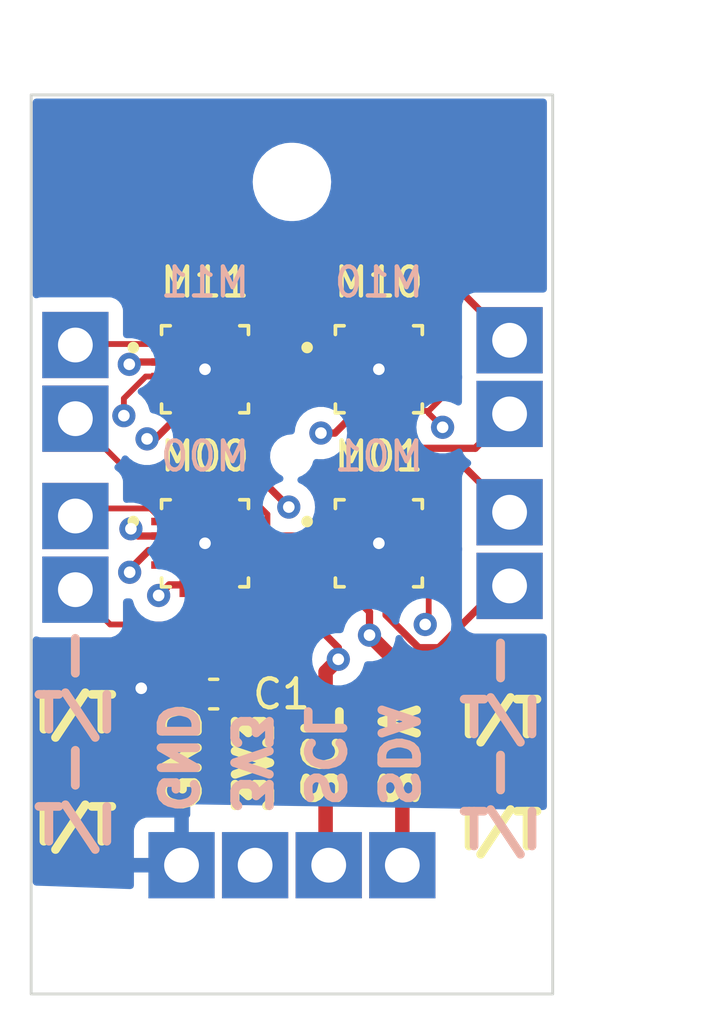
<source format=kicad_pcb>
(kicad_pcb (version 20221018) (generator pcbnew)
  (layers (0 "F.Cu" signal) (1 "In1.Cu" signal) (2 "In2.Cu" signal) (31 "B.Cu" signal) (34 "B.Paste" user) (35 "F.Paste" user) (36 "B.SilkS" user "B.Silkscreen") (37 "F.SilkS" user "F.Silkscreen") (38 "B.Mask" user) (39 "F.Mask" user) (44 "Edge.Cuts" user))
  (net 0 "")
  (net 1 "GND")
  (net 2 "/3V3")
  (net 3 "/SCL")
  (net 4 "/SDA")
  (net 5 "Net-(M10-INT{slash}TRIG)")
  (net 7 "Net-(M10-INT)")
  (net 8 "Net-(M11-INT{slash}TRIG)")
  (net 10 "Net-(M11-INT)")
  (net 11 "Net-(M01-INT{slash}TRIG)")
  (net 13 "Net-(M01-INT)")
  (net 14 "Net-(M00-INT{slash}TRIG)")
  (net 16 "Net-(M00-INT)")
  (footprint "magtouch:2POS_INTERFACE" (layer "F.Cu") (at 32.512 44.54 90)
    (fp_text reference "I2" hide)
    (fp_text value "2POS_INTERFACE" hide)
    (pad "1" thru_hole rect (at 0 0 90) (size 2.286 2.286) (drill 1.2) (layers "*.Cu" "*.Mask") (net 5 "Net-(M10-INT{slash}TRIG)"))
    (pad "2" thru_hole rect (at 2.54 0 90) (size 2.286 2.286) (drill 1.2) (layers "*.Cu" "*.Mask") (net 7 "Net-(M10-INT)"))
  )
  (footprint "magtouch:QFN50P300X300X100-17N" (layer "F.Cu") (at 28 43)
    (fp_text reference "M10" (at 0 -3) (layer "F.SilkS"))
    (fp_text value "~" hide)
    (fp_text user "${REFERENCE}" (at 0 -3) (layer "B.SilkS") (effects (justify mirror)))
    (fp_line (start -1.5 -1.5) (end -1.5 -1.2) (stroke (width 0.127)) (layer "F.SilkS"))
    (fp_line (start -1.5 -1.5) (end -1.2 -1.5) (stroke (width 0.127)) (layer "F.SilkS"))
    (fp_line (start -1.5 1.5) (end -1.5 1.2) (stroke (width 0.127)) (layer "F.SilkS"))
    (fp_line (start -1.5 1.5) (end -1.2 1.5) (stroke (width 0.127)) (layer "F.SilkS"))
    (fp_line (start 1.5 -1.5) (end 1.2 -1.5) (stroke (width 0.127)) (layer "F.SilkS"))
    (fp_line (start 1.5 -1.5) (end 1.5 -1.2) (stroke (width 0.127)) (layer "F.SilkS"))
    (fp_line (start 1.5 1.5) (end 1.2 1.5) (stroke (width 0.127)) (layer "F.SilkS"))
    (fp_line (start 1.5 1.5) (end 1.5 1.2) (stroke (width 0.127)) (layer "F.SilkS"))
    (fp_circle (center -2.475 -0.75) (end -2.375 -0.75) (stroke (width 0.2)) (fill none) (layer "F.SilkS"))
    (pad "1" smd roundrect (at -1.435 -0.75) (size 0.84 0.26) (layers "F.Cu" "F.Paste" "F.Mask") (roundrect_rratio 0.03) (net 7 "Net-(M10-INT)"))
    (pad "2" smd roundrect (at -1.435 -0.25) (size 0.84 0.26) (layers "F.Cu" "F.Paste" "F.Mask") (roundrect_rratio 0.03) (net 2 "/3V3"))
    (pad "3" smd roundrect (at -1.435 0.25) (size 0.84 0.26) (layers "F.Cu" "F.Paste" "F.Mask") (roundrect_rratio 0.03) (net 3 "/SCL"))
    (pad "4" smd roundrect (at -1.435 0.75) (size 0.84 0.26) (layers "F.Cu" "F.Paste" "F.Mask") (roundrect_rratio 0.03) (net 1 "GND"))
    (pad "5" smd roundrect (at -0.75 1.435 90) (size 0.84 0.26) (layers "F.Cu" "F.Paste" "F.Mask") (roundrect_rratio 0.03) (net 4 "/SDA"))
    (pad "6" smd roundrect (at -0.25 1.435 90) (size 0.84 0.26) (layers "F.Cu" "F.Paste" "F.Mask") (roundrect_rratio 0.03))
    (pad "7" smd roundrect (at 0.25 1.435 90) (size 0.84 0.26) (layers "F.Cu" "F.Paste" "F.Mask") (roundrect_rratio 0.03) (net 5 "Net-(M10-INT{slash}TRIG)"))
    (pad "8" smd roundrect (at 0.75 1.435 90) (size 0.84 0.26) (layers "F.Cu" "F.Paste" "F.Mask") (roundrect_rratio 0.03) (net 2 "/3V3"))
    (pad "9" smd roundrect (at 1.435 0.75) (size 0.84 0.26) (layers "F.Cu" "F.Paste" "F.Mask") (roundrect_rratio 0.03) (net 1 "GND"))
    (pad "10" smd roundrect (at 1.435 0.25) (size 0.84 0.26) (layers "F.Cu" "F.Paste" "F.Mask") (roundrect_rratio 0.03) (net 1 "GND"))
    (pad "11" smd roundrect (at 1.435 -0.25) (size 0.84 0.26) (layers "F.Cu" "F.Paste" "F.Mask") (roundrect_rratio 0.03) (net 2 "/3V3"))
    (pad "12" smd roundrect (at 1.435 -0.75) (size 0.84 0.26) (layers "F.Cu" "F.Paste" "F.Mask") (roundrect_rratio 0.03) (net 1 "GND"))
    (pad "13" smd roundrect (at 0.75 -1.435 90) (size 0.84 0.26) (layers "F.Cu" "F.Paste" "F.Mask") (roundrect_rratio 0.03) (net 1 "GND"))
    (pad "14" smd roundrect (at 0.25 -1.435 90) (size 0.84 0.26) (layers "F.Cu" "F.Paste" "F.Mask") (roundrect_rratio 0.03) (net 1 "GND"))
    (pad "15" smd roundrect (at -0.25 -1.435 90) (size 0.84 0.26) (layers "F.Cu" "F.Paste" "F.Mask") (roundrect_rratio 0.03) (net 2 "/3V3"))
    (pad "16" smd roundrect (at -0.75 -1.435 90) (size 0.84 0.26) (layers "F.Cu" "F.Paste" "F.Mask") (roundrect_rratio 0.03) (net 1 "GND"))
    (pad "17" smd rect (at 0 0) (size 1.68 1.68) (layers "F.Cu" "F.Mask") (net 1 "GND"))
  )
  (footprint "Capacitor_SMD:C_0603_1608Metric" (layer "F.Cu") (at 22.3 54.2 180)
    (fp_text reference "C1" (at -2.338 0) (layer "F.SilkS"))
    (fp_text value "0.1µF" hide)
    (fp_line (start -0.14058 -0.51) (end 0.14058 -0.51) (stroke (width 0.12)) (layer "F.SilkS"))
    (fp_line (start -0.14058 0.51) (end 0.14058 0.51) (stroke (width 0.12)) (layer "F.SilkS"))
    (pad "1" smd roundrect (at -0.775 0 180) (size 0.9 0.95) (layers "F.Cu" "F.Paste" "F.Mask") (net 2 "/3V3"))
    (pad "2" smd roundrect (at 0.775 0 180) (size 0.9 0.95) (layers "F.Cu" "F.Paste" "F.Mask") (net 1 "GND"))
  )
  (footprint "" (layer "F.Cu") (at 24.892 45.974)
    (fp_text reference "" (at 0 0) (layer "F.SilkS") (effects (font (size 1.27 1.27))))
    (fp_text value "" (at 0 0) (layer "F.SilkS") (effects (font (size 1.27 1.27))))
    (pad "" np_thru_hole circle (at 0.108 0.026) (size 0.5 0.5) (drill 1) (layers "F&B.Cu" "*.Mask"))
  )
  (footprint "magtouch:QFN50P300X300X100-17N" (layer "F.Cu") (at 28 49)
    (fp_text reference "M01" (at 0 -3) (layer "F.SilkS"))
    (fp_text value "~" hide)
    (fp_text user "${REFERENCE}" (at 0 -3) (layer "B.SilkS") (effects (justify mirror)))
    (fp_line (start -1.5 -1.5) (end -1.5 -1.2) (stroke (width 0.127)) (layer "F.SilkS"))
    (fp_line (start -1.5 -1.5) (end -1.2 -1.5) (stroke (width 0.127)) (layer "F.SilkS"))
    (fp_line (start -1.5 1.5) (end -1.5 1.2) (stroke (width 0.127)) (layer "F.SilkS"))
    (fp_line (start -1.5 1.5) (end -1.2 1.5) (stroke (width 0.127)) (layer "F.SilkS"))
    (fp_line (start 1.5 -1.5) (end 1.2 -1.5) (stroke (width 0.127)) (layer "F.SilkS"))
    (fp_line (start 1.5 -1.5) (end 1.5 -1.2) (stroke (width 0.127)) (layer "F.SilkS"))
    (fp_line (start 1.5 1.5) (end 1.2 1.5) (stroke (width 0.127)) (layer "F.SilkS"))
    (fp_line (start 1.5 1.5) (end 1.5 1.2) (stroke (width 0.127)) (layer "F.SilkS"))
    (fp_circle (center -2.475 -0.75) (end -2.375 -0.75) (stroke (width 0.2)) (fill none) (layer "F.SilkS"))
    (pad "1" smd roundrect (at -1.435 -0.75) (size 0.84 0.26) (layers "F.Cu" "F.Paste" "F.Mask") (roundrect_rratio 0.03) (net 13 "Net-(M01-INT)"))
    (pad "2" smd roundrect (at -1.435 -0.25) (size 0.84 0.26) (layers "F.Cu" "F.Paste" "F.Mask") (roundrect_rratio 0.03) (net 2 "/3V3"))
    (pad "3" smd roundrect (at -1.435 0.25) (size 0.84 0.26) (layers "F.Cu" "F.Paste" "F.Mask") (roundrect_rratio 0.03) (net 3 "/SCL"))
    (pad "4" smd roundrect (at -1.435 0.75) (size 0.84 0.26) (layers "F.Cu" "F.Paste" "F.Mask") (roundrect_rratio 0.03) (net 1 "GND"))
    (pad "5" smd roundrect (at -0.75 1.435 90) (size 0.84 0.26) (layers "F.Cu" "F.Paste" "F.Mask") (roundrect_rratio 0.03) (net 4 "/SDA"))
    (pad "6" smd roundrect (at -0.25 1.435 90) (size 0.84 0.26) (layers "F.Cu" "F.Paste" "F.Mask") (roundrect_rratio 0.03))
    (pad "7" smd roundrect (at 0.25 1.435 90) (size 0.84 0.26) (layers "F.Cu" "F.Paste" "F.Mask") (roundrect_rratio 0.03) (net 11 "Net-(M01-INT{slash}TRIG)"))
    (pad "8" smd roundrect (at 0.75 1.435 90) (size 0.84 0.26) (layers "F.Cu" "F.Paste" "F.Mask") (roundrect_rratio 0.03) (net 2 "/3V3"))
    (pad "9" smd roundrect (at 1.435 0.75) (size 0.84 0.26) (layers "F.Cu" "F.Paste" "F.Mask") (roundrect_rratio 0.03) (net 1 "GND"))
    (pad "10" smd roundrect (at 1.435 0.25) (size 0.84 0.26) (layers "F.Cu" "F.Paste" "F.Mask") (roundrect_rratio 0.03) (net 1 "GND"))
    (pad "11" smd roundrect (at 1.435 -0.25) (size 0.84 0.26) (layers "F.Cu" "F.Paste" "F.Mask") (roundrect_rratio 0.03) (net 1 "GND"))
    (pad "12" smd roundrect (at 1.435 -0.75) (size 0.84 0.26) (layers "F.Cu" "F.Paste" "F.Mask") (roundrect_rratio 0.03) (net 2 "/3V3"))
    (pad "13" smd roundrect (at 0.75 -1.435 90) (size 0.84 0.26) (layers "F.Cu" "F.Paste" "F.Mask") (roundrect_rratio 0.03) (net 1 "GND"))
    (pad "14" smd roundrect (at 0.25 -1.435 90) (size 0.84 0.26) (layers "F.Cu" "F.Paste" "F.Mask") (roundrect_rratio 0.03) (net 1 "GND"))
    (pad "15" smd roundrect (at -0.25 -1.435 90) (size 0.84 0.26) (layers "F.Cu" "F.Paste" "F.Mask") (roundrect_rratio 0.03) (net 2 "/3V3"))
    (pad "16" smd roundrect (at -0.75 -1.435 90) (size 0.84 0.26) (layers "F.Cu" "F.Paste" "F.Mask") (roundrect_rratio 0.03) (net 1 "GND"))
    (pad "17" smd rect (at 0 0) (size 1.68 1.68) (layers "F.Cu" "F.Mask") (net 1 "GND"))
  )
  (footprint "" (layer "F.Cu") (at 17.272 62.992)
    (fp_text reference "" (at 0 0) (layer "F.SilkS") (effects (font (size 1.27 1.27))))
    (fp_text value "" (at 0 0) (layer "F.SilkS") (effects (font (size 1.27 1.27))))
    (pad "" np_thru_hole circle (at 0.228 0.008) (size 1.5 1.5) (drill 2.2) (layers "F&B.Cu" "*.Mask"))
  )
  (footprint "magtouch:2POS_INTERFACE" (layer "F.Cu") (at 17.526 50.6 90)
    (fp_text reference "I5" hide)
    (fp_text value "2POS_INTERFACE" hide)
    (pad "1" thru_hole rect (at 0 0 90) (size 2.286 2.286) (drill 1.2) (layers "*.Cu" "*.Mask") (net 14 "Net-(M00-INT{slash}TRIG)"))
    (pad "2" thru_hole rect (at 2.54 0 90) (size 2.286 2.286) (drill 1.2) (layers "*.Cu" "*.Mask") (net 16 "Net-(M00-INT)"))
  )
  (footprint "" (layer "F.Cu") (at 24.8 36.322)
    (fp_text reference "" (at 0 0) (layer "F.SilkS") (effects (font (size 1.27 1.27))))
    (fp_text value "" (at 0 0) (layer "F.SilkS") (effects (font (size 1.27 1.27))))
    (pad "" np_thru_hole circle (at 0.2 0.218) (size 1.5 1.5) (drill 2.2) (layers "F&B.Cu" "*.Mask"))
  )
  (footprint "" (layer "F.Cu") (at 32.258 62.984)
    (fp_text reference "" (at 0 0) (layer "F.SilkS") (effects (font (size 1.27 1.27))))
    (fp_text value "" (at 0 0) (layer "F.SilkS") (effects (font (size 1.27 1.27))))
    (pad "" np_thru_hole circle (at 0.242 0.008) (size 1.5 1.5) (drill 2.2) (layers "F&B.Cu" "*.Mask"))
  )
  (footprint "magtouch:QFN50P300X300X100-17N" (layer "F.Cu") (at 22 49)
    (fp_text reference "M00" (at 0 -3) (layer "F.SilkS"))
    (fp_text value "~" hide)
    (fp_text user "${REFERENCE}" (at 0 -3) (layer "B.SilkS") (effects (justify mirror)))
    (fp_line (start -1.5 -1.5) (end -1.5 -1.2) (stroke (width 0.127)) (layer "F.SilkS"))
    (fp_line (start -1.5 -1.5) (end -1.2 -1.5) (stroke (width 0.127)) (layer "F.SilkS"))
    (fp_line (start -1.5 1.5) (end -1.5 1.2) (stroke (width 0.127)) (layer "F.SilkS"))
    (fp_line (start -1.5 1.5) (end -1.2 1.5) (stroke (width 0.127)) (layer "F.SilkS"))
    (fp_line (start 1.5 -1.5) (end 1.2 -1.5) (stroke (width 0.127)) (layer "F.SilkS"))
    (fp_line (start 1.5 -1.5) (end 1.5 -1.2) (stroke (width 0.127)) (layer "F.SilkS"))
    (fp_line (start 1.5 1.5) (end 1.2 1.5) (stroke (width 0.127)) (layer "F.SilkS"))
    (fp_line (start 1.5 1.5) (end 1.5 1.2) (stroke (width 0.127)) (layer "F.SilkS"))
    (fp_circle (center -2.475 -0.75) (end -2.375 -0.75) (stroke (width 0.2)) (fill none) (layer "F.SilkS"))
    (pad "1" smd roundrect (at -1.435 -0.75) (size 0.84 0.26) (layers "F.Cu" "F.Paste" "F.Mask") (roundrect_rratio 0.03) (net 16 "Net-(M00-INT)"))
    (pad "2" smd roundrect (at -1.435 -0.25) (size 0.84 0.26) (layers "F.Cu" "F.Paste" "F.Mask") (roundrect_rratio 0.03) (net 2 "/3V3"))
    (pad "3" smd roundrect (at -1.435 0.25) (size 0.84 0.26) (layers "F.Cu" "F.Paste" "F.Mask") (roundrect_rratio 0.03) (net 3 "/SCL"))
    (pad "4" smd roundrect (at -1.435 0.75) (size 0.84 0.26) (layers "F.Cu" "F.Paste" "F.Mask") (roundrect_rratio 0.03) (net 1 "GND"))
    (pad "5" smd roundrect (at -0.75 1.435 90) (size 0.84 0.26) (layers "F.Cu" "F.Paste" "F.Mask") (roundrect_rratio 0.03) (net 4 "/SDA"))
    (pad "6" smd roundrect (at -0.25 1.435 90) (size 0.84 0.26) (layers "F.Cu" "F.Paste" "F.Mask") (roundrect_rratio 0.03))
    (pad "7" smd roundrect (at 0.25 1.435 90) (size 0.84 0.26) (layers "F.Cu" "F.Paste" "F.Mask") (roundrect_rratio 0.03) (net 14 "Net-(M00-INT{slash}TRIG)"))
    (pad "8" smd roundrect (at 0.75 1.435 90) (size 0.84 0.26) (layers "F.Cu" "F.Paste" "F.Mask") (roundrect_rratio 0.03) (net 2 "/3V3"))
    (pad "9" smd roundrect (at 1.435 0.75) (size 0.84 0.26) (layers "F.Cu" "F.Paste" "F.Mask") (roundrect_rratio 0.03) (net 1 "GND"))
    (pad "10" smd roundrect (at 1.435 0.25) (size 0.84 0.26) (layers "F.Cu" "F.Paste" "F.Mask") (roundrect_rratio 0.03) (net 1 "GND"))
    (pad "11" smd roundrect (at 1.435 -0.25) (size 0.84 0.26) (layers "F.Cu" "F.Paste" "F.Mask") (roundrect_rratio 0.03) (net 1 "GND"))
    (pad "12" smd roundrect (at 1.435 -0.75) (size 0.84 0.26) (layers "F.Cu" "F.Paste" "F.Mask") (roundrect_rratio 0.03) (net 1 "GND"))
    (pad "13" smd roundrect (at 0.75 -1.435 90) (size 0.84 0.26) (layers "F.Cu" "F.Paste" "F.Mask") (roundrect_rratio 0.03) (net 1 "GND"))
    (pad "14" smd roundrect (at 0.25 -1.435 90) (size 0.84 0.26) (layers "F.Cu" "F.Paste" "F.Mask") (roundrect_rratio 0.03) (net 1 "GND"))
    (pad "15" smd roundrect (at -0.25 -1.435 90) (size 0.84 0.26) (layers "F.Cu" "F.Paste" "F.Mask") (roundrect_rratio 0.03) (net 2 "/3V3"))
    (pad "16" smd roundrect (at -0.75 -1.435 90) (size 0.84 0.26) (layers "F.Cu" "F.Paste" "F.Mask") (roundrect_rratio 0.03) (net 1 "GND"))
    (pad "17" smd rect (at 0 0) (size 1.68 1.68) (layers "F.Cu" "F.Mask") (net 1 "GND"))
  )
  (footprint "magtouch:4POS_INTERFACE" (layer "F.Cu") (at 21.19 60.1)
    (fp_text reference "I1" hide)
    (fp_text value "2POS_INTERFACE" hide)
    (pad "1" thru_hole rect (at 0 0) (size 2.286 2.286) (drill 1.2) (layers "*.Cu" "*.Mask") (net 1 "GND"))
    (pad "2" thru_hole rect (at 2.54 0) (size 2.286 2.286) (drill 1.2) (layers "*.Cu" "*.Mask") (net 2 "/3V3"))
    (pad "3" thru_hole rect (at 5.08 0) (size 2.286 2.286) (drill 1.2) (layers "*.Cu" "*.Mask") (net 3 "/SCL"))
    (pad "4" thru_hole rect (at 7.62 0) (size 2.286 2.286) (drill 1.2) (layers "*.Cu" "*.Mask") (net 4 "/SDA"))
  )
  (footprint "magtouch:2POS_INTERFACE" (layer "F.Cu") (at 17.526 44.704 90)
    (fp_text reference "I3" hide)
    (fp_text value "2POS_INTERFACE" hide)
    (pad "1" thru_hole rect (at 0 0 90) (size 2.286 2.286) (drill 1.2) (layers "*.Cu" "*.Mask") (net 8 "Net-(M11-INT{slash}TRIG)"))
    (pad "2" thru_hole rect (at 2.54 0 90) (size 2.286 2.286) (drill 1.2) (layers "*.Cu" "*.Mask") (net 10 "Net-(M11-INT)"))
  )
  (footprint "magtouch:2POS_INTERFACE" (layer "F.Cu") (at 32.512 50.47 90)
    (fp_text reference "I4" hide)
    (fp_text value "2POS_INTERFACE" hide)
    (pad "1" thru_hole rect (at 0 0 90) (size 2.286 2.286) (drill 1.2) (layers "*.Cu" "*.Mask") (net 11 "Net-(M01-INT{slash}TRIG)"))
    (pad "2" thru_hole rect (at 2.54 0 90) (size 2.286 2.286) (drill 1.2) (layers "*.Cu" "*.Mask") (net 13 "Net-(M01-INT)"))
  )
  (footprint "magtouch:QFN50P300X300X100-17N" (layer "F.Cu") (at 22 43)
    (fp_text reference "M11" (at 0 -3) (layer "F.SilkS"))
    (fp_text value "~" hide)
    (fp_text user "${REFERENCE}" (at 0 -3) (layer "B.SilkS") (effects (justify mirror)))
    (fp_line (start -1.5 -1.5) (end -1.5 -1.2) (stroke (width 0.127)) (layer "F.SilkS"))
    (fp_line (start -1.5 -1.5) (end -1.2 -1.5) (stroke (width 0.127)) (layer "F.SilkS"))
    (fp_line (start -1.5 1.5) (end -1.5 1.2) (stroke (width 0.127)) (layer "F.SilkS"))
    (fp_line (start -1.5 1.5) (end -1.2 1.5) (stroke (width 0.127)) (layer "F.SilkS"))
    (fp_line (start 1.5 -1.5) (end 1.2 -1.5) (stroke (width 0.127)) (layer "F.SilkS"))
    (fp_line (start 1.5 -1.5) (end 1.5 -1.2) (stroke (width 0.127)) (layer "F.SilkS"))
    (fp_line (start 1.5 1.5) (end 1.2 1.5) (stroke (width 0.127)) (layer "F.SilkS"))
    (fp_line (start 1.5 1.5) (end 1.5 1.2) (stroke (width 0.127)) (layer "F.SilkS"))
    (fp_circle (center -2.475 -0.75) (end -2.375 -0.75) (stroke (width 0.2)) (fill none) (layer "F.SilkS"))
    (pad "1" smd roundrect (at -1.435 -0.75) (size 0.84 0.26) (layers "F.Cu" "F.Paste" "F.Mask") (roundrect_rratio 0.03) (net 10 "Net-(M11-INT)"))
    (pad "2" smd roundrect (at -1.435 -0.25) (size 0.84 0.26) (layers "F.Cu" "F.Paste" "F.Mask") (roundrect_rratio 0.03) (net 2 "/3V3"))
    (pad "3" smd roundrect (at -1.435 0.25) (size 0.84 0.26) (layers "F.Cu" "F.Paste" "F.Mask") (roundrect_rratio 0.03) (net 3 "/SCL"))
    (pad "4" smd roundrect (at -1.435 0.75) (size 0.84 0.26) (layers "F.Cu" "F.Paste" "F.Mask") (roundrect_rratio 0.03) (net 1 "GND"))
    (pad "5" smd roundrect (at -0.75 1.435 90) (size 0.84 0.26) (layers "F.Cu" "F.Paste" "F.Mask") (roundrect_rratio 0.03) (net 4 "/SDA"))
    (pad "6" smd roundrect (at -0.25 1.435 90) (size 0.84 0.26) (layers "F.Cu" "F.Paste" "F.Mask") (roundrect_rratio 0.03))
    (pad "7" smd roundrect (at 0.25 1.435 90) (size 0.84 0.26) (layers "F.Cu" "F.Paste" "F.Mask") (roundrect_rratio 0.03) (net 8 "Net-(M11-INT{slash}TRIG)"))
    (pad "8" smd roundrect (at 0.75 1.435 90) (size 0.84 0.26) (layers "F.Cu" "F.Paste" "F.Mask") (roundrect_rratio 0.03) (net 2 "/3V3"))
    (pad "9" smd roundrect (at 1.435 0.75) (size 0.84 0.26) (layers "F.Cu" "F.Paste" "F.Mask") (roundrect_rratio 0.03) (net 1 "GND"))
    (pad "10" smd roundrect (at 1.435 0.25) (size 0.84 0.26) (layers "F.Cu" "F.Paste" "F.Mask") (roundrect_rratio 0.03) (net 1 "GND"))
    (pad "11" smd roundrect (at 1.435 -0.25) (size 0.84 0.26) (layers "F.Cu" "F.Paste" "F.Mask") (roundrect_rratio 0.03) (net 2 "/3V3"))
    (pad "12" smd roundrect (at 1.435 -0.75) (size 0.84 0.26) (layers "F.Cu" "F.Paste" "F.Mask") (roundrect_rratio 0.03) (net 2 "/3V3"))
    (pad "13" smd roundrect (at 0.75 -1.435 90) (size 0.84 0.26) (layers "F.Cu" "F.Paste" "F.Mask") (roundrect_rratio 0.03) (net 1 "GND"))
    (pad "14" smd roundrect (at 0.25 -1.435 90) (size 0.84 0.26) (layers "F.Cu" "F.Paste" "F.Mask") (roundrect_rratio 0.03) (net 1 "GND"))
    (pad "15" smd roundrect (at -0.25 -1.435 90) (size 0.84 0.26) (layers "F.Cu" "F.Paste" "F.Mask") (roundrect_rratio 0.03) (net 2 "/3V3"))
    (pad "16" smd roundrect (at -0.75 -1.435 90) (size 0.84 0.26) (layers "F.Cu" "F.Paste" "F.Mask") (roundrect_rratio 0.03) (net 1 "GND"))
    (pad "17" smd rect (at 0 0) (size 1.68 1.68) (layers "F.Cu" "F.Mask") (net 1 "GND"))
  )
  (gr_rect (start 16 33.54) (end 34 64.54) (stroke (width 0.1)) (fill none) (layer "Edge.Cuts"))
  (gr_text "SDA" (at 27.94 58.2 -90) (layer "B.SilkS") (effects (font (size 1.2 1.2) (thickness 0.3) bold) (justify left bottom mirror)))
  (gr_text "GND" (at 20.32 58.42 -90) (layer "B.SilkS") (effects (font (size 1.2 1.2) (thickness 0.3) bold) (justify left bottom mirror)))
  (gr_text "I\nI/T\nI\nI/T" (at 17.526 59.436) (layer "B.SilkS") (effects (font (size 1.2 1.2) (thickness 0.3) bold) (justify bottom mirror)))
  (gr_text "I\nI/T\nI\nI/T" (at 32.2 59.6) (layer "B.SilkS") (effects (font (size 1.2 1.2) (thickness 0.3) bold) (justify bottom mirror)))
  (gr_text "3V3" (at 22.86 58.42 -90) (layer "B.SilkS") (effects (font (size 1.2 1.2) (thickness 0.3) bold) (justify left bottom mirror)))
  (gr_text "SCL" (at 25.4 58.2 -90) (layer "B.SilkS") (effects (font (size 1.2 1.2) (thickness 0.3) bold) (justify left bottom mirror)))
  (gr_text "I\nI/T\nI\nI/T" (at 32.2 59.6) (layer "F.SilkS") (effects (font (size 1.2 1.2) (thickness 0.3) bold) (justify bottom)))
  (gr_text "SDA" (at 29.464 58.2 90) (layer "F.SilkS") (effects (font (size 1.2 1.2) (thickness 0.3) bold) (justify left bottom)))
  (gr_text "3V3" (at 24.4 58.42 90) (layer "F.SilkS") (effects (font (size 1.2 1.2) (thickness 0.3) bold) (justify left bottom)))
  (gr_text "I\nI/T\nI\nI/T" (at 17.526 59.436) (layer "F.SilkS") (effects (font (size 1.2 1.2) (thickness 0.3) bold) (justify bottom)))
  (gr_text "SCL" (at 26.8 58.2 90) (layer "F.SilkS") (effects (font (size 1.2 1.2) (thickness 0.3) bold) (justify left bottom)))
  (gr_text "GND" (at 21.9 58.42 90) (layer "F.SilkS") (effects (font (size 1.2 1.2) (thickness 0.3) bold) (justify left bottom)))
  (segment (start 29.435 48.75) (end 28.25 48.75) (width 0.2) (layer "F.Cu") (net 1))
  (segment (start 22.25 48.75) (end 22 49) (width 0.2) (layer "F.Cu") (net 1))
  (segment (start 21.285 42.285) (end 22 43) (width 0.2) (layer "F.Cu") (net 1))
  (segment (start 19.8 54) (end 20 54.2) (width 1) (layer "F.Cu") (net 1))
  (segment (start 28.75 47.8278) (end 28 48.5778) (width 0.2) (layer "F.Cu") (net 1))
  (segment (start 22.25 49.25) (end 22 49) (width 0.2) (layer "F.Cu") (net 1))
  (segment (start 23.435 48.25) (end 22.75 48.25) (width 0.25) (layer "F.Cu") (net 1))
  (segment (start 23.034695 43.75) (end 22.284695 43) (width 0.2) (layer "F.Cu") (net 1))
  (segment (start 27.285 47.6) (end 27.285 48.285) (width 0.2) (layer "F.Cu") (net 1))
  (segment (start 29.1722 49.75) (end 28.4222 49) (width 0.2) (layer "F.Cu") (net 1))
  (segment (start 27.285 49.715) (end 28 49) (width 0.2) (layer "F.Cu") (net 1))
  (segment (start 28.25 43.25) (end 28 43) (width 0.2) (layer "F.Cu") (net 1))
  (segment (start 22.75 41.565) (end 22.75 41.965305) (width 0.2) (layer "F.Cu") (net 1))
  (segment (start 23.435 49.75) (end 23.1722 49.75) (width 0.2) (layer "F.Cu") (net 1))
  (segment (start 23.435 48.75) (end 22.25 48.75) (width 0.25) (layer "F.Cu") (net 1))
  (segment (start 28.4222 49) (end 28 49) (width 0.2) (layer "F.Cu") (net 1))
  (segment (start 28.75 42.25) (end 28 43) (width 0.2) (layer "F.Cu") (net 1))
  (segment (start 20.635 49.68) (end 21.32 49.68) (width 0.2) (layer "F.Cu") (net 1))
  (segment (start 27.285 41.6) (end 27.285 42.285) (width 0.2) (layer "F.Cu") (net 1))
  (segment (start 28.4222 43) (end 28 43) (width 0.2) (layer "F.Cu") (net 1))
  (segment (start 28.75 47.565) (end 28.75 47.8278) (width 0.2) (layer "F.Cu") (net 1))
  (segment (start 22.4222 49) (end 22 49) (width 0.2) (layer "F.Cu") (net 1))
  (segment (start 26.6 43.715) (end 27.285 43.715) (width 0.2) (layer "F.Cu") (net 1))
  (segment (start 22 42.715305) (end 22 43) (width 0.2) (layer "F.Cu") (net 1))
  (segment (start 27.285 48.285) (end 28 49) (width 0.2) (layer "F.Cu") (net 1))
  (segment (start 20.6 43.715) (end 21.285 43.715) (width 0.2) (layer "F.Cu") (net 1))
  (segment (start 29.435 43.25) (end 28.25 43.25) (width 0.2) (layer "F.Cu") (net 1))
  (segment (start 22.284695 43) (end 22 43) (width 0.2) (layer "F.Cu") (net 1))
  (segment (start 26.565 43.75) (end 26.6 43.715) (width 0.2) (layer "F.Cu") (net 1))
  (segment (start 27.285 42.285) (end 28 43) (width 0.2) (layer "F.Cu") (net 1))
  (segment (start 21.32 49.68) (end 22 49) (width 0.2) (layer "F.Cu") (net 1))
  (segment (start 22.25 47.565) (end 22.25 48.75) (width 0.2) (layer "F.Cu") (net 1))
  (segment (start 28.25 49.25) (end 28 49) (width 0.2) (layer "F.Cu") (net 1))
  (segment (start 29.435 49.75) (end 29.1722 49.75) (width 0.2) (layer "F.Cu") (net 1))
  (segment (start 28.25 41.565) (end 28.25 42.75) (width 0.2) (layer "F.Cu") (net 1))
  (segment (start 21.285 48.285) (end 22 49) (width 0.2) (layer "F.Cu") (net 1))
  (segment (start 21.285 43.715) (end 22 43) (width 0.2) (layer "F.Cu") (net 1))
  (segment (start 29.435 43.75) (end 29.1722 43.75) (width 0.2) (layer "F.Cu") (net 1))
  (segment (start 27.25 47.565) (end 27.285 47.6) (width 0.2) (layer "F.Cu") (net 1))
  (segment (start 22.25 43.25) (end 22 43) (width 0.2) (layer "F.Cu") (net 1))
  (segment (start 22.25 41.565) (end 22.25 42.75) (width 0.2) (layer "F.Cu") (net 1))
  (segment (start 22.25 42.75) (end 22 43) (width 0.2) (layer "F.Cu") (net 1))
  (segment (start 27.285 43.715) (end 28 43) (width 0.2) (layer "F.Cu") (net 1))
  (segment (start 22.75 41.965305) (end 22 42.715305) (width 0.2) (layer "F.Cu") (net 1))
  (segment (start 27.25 41.565) (end 27.285 41.6) (width 0.2) (layer "F.Cu") (net 1))
  (segment (start 21.25 47.565) (end 21.285 47.6) (width 0.2) (layer "F.Cu") (net 1))
  (segment (start 23.435 49.25) (end 22.25 49.25) (width 0.2) (layer "F.Cu") (net 1))
  (segment (start 22.75 47.565) (end 22.75 48.25) (width 0.25) (layer "F.Cu") (net 1))
  (segment (start 29.1722 43.75) (end 28.4222 43) (width 0.2) (layer "F.Cu") (net 1))
  (segment (start 21.285 47.6) (end 21.285 48.285) (width 0.2) (layer "F.Cu") (net 1))
  (segment (start 28.75 41.565) (end 28.75 42.25) (width 0.2) (layer "F.Cu") (net 1))
  (segment (start 29.435 49.25) (end 28.25 49.25) (width 0.2) (layer "F.Cu") (net 1))
  (segment (start 20.565 43.75) (end 20.6 43.715) (width 0.2) (layer "F.Cu") (net 1))
  (segment (start 23.435 43.25) (end 22.25 43.25) (width 0.2) (layer "F.Cu") (net 1))
  (segment (start 20.565 49.75) (end 20.635 49.68) (width 0.2) (layer "F.Cu") (net 1))
  (segment (start 28.25 47.565) (end 28.25 48.75) (width 0.2) (layer "F.Cu") (net 1))
  (segment (start 26.6 49.715) (end 27.285 49.715) (width 0.2) (layer "F.Cu") (net 1))
  (segment (start 29.435 42.25) (end 28.75 42.25) (width 0.2) (layer "F.Cu") (net 1))
  (segment (start 20 54.2) (end 21.525 54.2) (width 1) (layer "F.Cu") (net 1))
  (segment (start 28.25 42.75) (end 28 43) (width 0.2) (layer "F.Cu") (net 1))
  (segment (start 23.1722 49.75) (end 22.4222 49) (width 0.2) (layer "F.Cu") (net 1))
  (segment (start 22.75 48.25) (end 22 49) (width 0.25) (layer "F.Cu") (net 1))
  (segment (start 28 48.5778) (end 28 49) (width 0.2) (layer "F.Cu") (net 1))
  (segment (start 23.435 43.75) (end 23.034695 43.75) (width 0.2) (layer "F.Cu") (net 1))
  (segment (start 21.25 41.565) (end 21.285 41.6) (width 0.2) (layer "F.Cu") (net 1))
  (segment (start 26.565 49.75) (end 26.6 49.715) (width 0.2) (layer "F.Cu") (net 1))
  (segment (start 21.285 41.6) (end 21.285 42.285) (width 0.2) (layer "F.Cu") (net 1))
  (segment (start 28.25 48.75) (end 28 49) (width 0.2) (layer "F.Cu") (net 1))
  (via (at 28 43) (size 0.8) (drill 0.4) (layers "F.Cu" "B.Cu") (net 1))
  (via (at 28 49) (size 0.8) (drill 0.4) (layers "F.Cu" "B.Cu") (net 1))
  (via (at 22 49) (size 0.8) (drill 0.4) (layers "F.Cu" "B.Cu") (net 1))
  (via (at 22 43) (size 0.8) (drill 0.4) (layers "F.Cu" "B.Cu") (net 1))
  (via (at 19.8 54) (size 0.8) (drill 0.4) (layers "F.Cu" "B.Cu") (net 1))
  (segment (start 19.6935 48.75) (end 20.565 48.75) (width 0.25) (layer "F.Cu") (net 2))
  (segment (start 23.765 44.435) (end 22.75 44.435) (width 0.2) (layer "F.Cu") (net 2))
  (segment (start 24.155 48.000305) (end 24.155 49.999695) (width 0.2) (layer "F.Cu") (net 2))
  (segment (start 23.435 41.235) (end 23.435 42.25) (width 0.2) (layer "F.Cu") (net 2))
  (segment (start 29.904695 42.75) (end 30.2 43.045305) (width 0.2) (layer "F.Cu") (net 2))
  (segment (start 22.785 50.4) (end 22.75 50.435) (width 0.2) (layer "F.Cu") (net 2))
  (segment (start 23.045 40.845) (end 23.435 41.235) (width 0.2) (layer "F.Cu") (net 2))
  (segment (start 28.000305 46.845) (end 28.999695 46.845) (width 0.2) (layer "F.Cu") (net 2))
  (segment (start 22.000305 40.845) (end 23.045 40.845) (width 0.2) (layer "F.Cu") (net 2))
  (segment (start 19.443 42.8725) (end 19.5655 42.75) (width 0.25) (layer "F.Cu") (net 2))
  (segment (start 29.719695 50.435) (end 28.75 50.435) (width 0.2) (layer "F.Cu") (net 2))
  (segment (start 22.75 44.435) (end 22.75 46.75) (width 0.2) (layer "F.Cu") (net 2))
  (segment (start 29.435 48.25) (end 30.0694 48.25) (width 0.2) (layer "F.Cu") (net 2))
  (segment (start 23.435 42.25) (end 23.435 42.75) (width 0.2) (layer "F.Cu") (net 2))
  (segment (start 22.954695 46.8) (end 24.155 48.000305) (width 0.2) (layer "F.Cu") (net 2))
  (segment (start 22.8 46.8) (end 22.954695 46.8) (width 0.2) (layer "F.Cu") (net 2))
  (segment (start 29.719695 44.435) (end 28.75 44.435) (width 0.2) (layer "F.Cu") (net 2))
  (segment (start 24.155 49.999695) (end 23.754695 50.4) (width 0.2) (layer "F.Cu") (net 2))
  (segment (start 28.954695 40.8) (end 30.155 42.000305) (width 0.2) (layer "F.Cu") (net 2))
  (segment (start 22.045305 46.8) (end 22.8 46.8) (width 0.2) (layer "F.Cu") (net 2))
  (segment (start 21.75 47.095305) (end 22.045305 46.8) (width 0.2) (layer "F.Cu") (net 2))
  (segment (start 29.435 42.75) (end 29.904695 42.75) (width 0.2) (layer "F.Cu") (net 2))
  (segment (start 23.754695 50.4) (end 22.785 50.4) (width 0.2) (layer "F.Cu") (net 2))
  (segment (start 21.75 47.565) (end 21.75 47.095305) (width 0.2) (layer "F.Cu") (net 2))
  (segment (start 30.155 42.000305) (end 30.155 42.499695) (width 0.2) (layer "F.Cu") (net 2))
  (segment (start 27.75 41.095305) (end 28.045305 40.8) (width 0.2) (layer "F.Cu") (net 2))
  (segment (start 24.2 42.75) (end 24.2 43.045305) (width 0.2) (layer "F.Cu") (net 2))
  (segment (start 27.75 47.095305) (end 28.000305 46.845) (width 0.2) (layer "F.Cu") (net 2))
  (segment (start 22.75 50.435) (end 22.75 53.875) (width 0.25) (layer "F.Cu") (net 2))
  (segment (start 29.719695 50.435) (end 29.719695 51.680305) (width 0.2) (layer "F.Cu") (net 2))
  (segment (start 22.75 53.875) (end 23.075 54.2) (width 0.25) (layer "F.Cu") (net 2))
  (segment (start 19.429562 42.8725) (end 19.443 42.8725) (width 0.25) (layer "F.Cu") (net 2))
  (segment (start 23.435 42.75) (end 24.2 42.75) (width 0.2) (layer "F.Cu") (net 2))
  (segment (start 30.0694 48.25) (end 30.155 48.3356) (width 0.2) (layer "F.Cu") (net 2))
  (segment (start 19.5655 42.75) (end 20.565 42.75) (width 0.25) (layer "F.Cu") (net 2))
  (segment (start 30.155 49.999695) (end 29.719695 50.435) (width 0.2) (layer "F.Cu") (net 2))
  (segment (start 21.75 41.095305) (end 22.000305 40.845) (width 0.2) (layer "F.Cu") (net 2))
  (segment (start 21.75 41.565) (end 21.75 41.095305) (width 0.2) (layer "F.Cu") (net 2))
  (segment (start 19.386562 42.8295) (end 19.429562 42.8725) (width 0.25) (layer "F.Cu") (net 2))
  (segment (start 29.719695 44.520195) (end 29.719695 44.435) (width 0.2) (layer "F.Cu") (net 2))
  (segment (start 27.75 41.565) (end 27.75 41.095305) (width 0.2) (layer "F.Cu") (net 2))
  (segment (start 29.719695 51.680305) (end 29.6 51.8) (width 0.2) (layer "F.Cu") (net 2))
  (segment (start 30.2 45.0005) (end 29.719695 44.520195) (width 0.2) (layer "F.Cu") (net 2))
  (segment (start 30.2 43.045305) (end 30.2 43.954695) (width 0.2) (layer "F.Cu") (net 2))
  (segment (start 30.155 48.3356) (end 30.155 49.999695) (width 0.2) (layer "F.Cu") (net 2))
  (segment (start 24.2 43.6) (end 24.2 44) (width 0.2) (layer "F.Cu") (net 2))
  (segment (start 30.2 43.954695) (end 29.719695 44.435) (width 0.2) (layer "F.Cu") (net 2))
  (segment (start 24.2 43.045305) (end 24.2 43.6) (width 0.2) (layer "F.Cu") (net 2))
  (segment (start 19.443 48.4995) (end 19.6935 48.75) (width 0.25) (layer "F.Cu") (net 2))
  (segment (start 28.999695 46.845) (end 29.435 47.280305) (width 0.2) (layer "F.Cu") (net 2))
  (segment (start 29.435 47.280305) (end 29.435 48.25) (width 0.2) (layer "F.Cu") (net 2))
  (segment (start 24.2 44) (end 23.765 44.435) (width 0.2) (layer "F.Cu") (net 2))
  (segment (start 28.045305 40.8) (end 28.954695 40.8) (width 0.2) (layer "F.Cu") (net 2))
  (segment (start 30.155 42.499695) (end 29.904695 42.75) (width 0.2) (layer "F.Cu") (net 2))
  (segment (start 22.75 46.75) (end 22.8 46.8) (width 0.2) (layer "F.Cu") (net 2))
  (segment (start 26.565 48.75) (end 24.205 48.75) (width 0.25) (layer "F.Cu") (net 2))
  (segment (start 24.2 42.75) (end 26.565 42.75) (width 0.2) (layer "F.Cu") (net 2))
  (segment (start 27.75 47.565) (end 27.75 47.095305) (width 0.2) (layer "F.Cu") (net 2))
  (via (at 29.6 51.8) (size 0.8) (drill 0.4) (layers "F.Cu" "B.Cu") (net 2))
  (via (at 30.2 45.0005) (size 0.8) (drill 0.4) (layers "F.Cu" "B.Cu") (net 2))
  (via (at 19.443 48.4995) (size 0.8) (drill 0.4) (layers "F.Cu" "B.Cu") (net 2))
  (via (at 19.386562 42.8295) (size 0.8) (drill 0.4) (layers "F.Cu" "B.Cu") (net 2))
  (segment (start 19.2 44.6) (end 19.2 44.005305) (width 0.2) (layer "F.Cu") (net 3))
  (segment (start 26.162 59.992) (end 26.162 53.438) (width 0.5) (layer "F.Cu") (net 3))
  (segment (start 23.876 46.736) (end 23.876 45.43395) (width 0.25) (layer "F.Cu") (net 3))
  (segment (start 26.05995 43.25) (end 26.565 43.25) (width 0.25) (layer "F.Cu") (net 3))
  (segment (start 19.4 50) (end 19.4 49.90995) (width 0.25) (layer "F.Cu") (net 3))
  (segment (start 19.4 49.90995) (end 20.05995 49.25) (width 0.25) (layer "F.Cu") (net 3))
  (segment (start 19.955305 43.25) (end 20.565 43.25) (width 0.2) (layer "F.Cu") (net 3))
  (segment (start 19.2 44.005305) (end 19.955305 43.25) (width 0.2) (layer "F.Cu") (net 3))
  (segment (start 25.8 49.50995) (end 25.8 51.8) (width 0.25) (layer "F.Cu") (net 3))
  (segment (start 26.565 49.25) (end 26.05995 49.25) (width 0.25) (layer "F.Cu") (net 3))
  (segment (start 25.8 51.8) (end 26.6 52.6) (width 0.25) (layer "F.Cu") (net 3))
  (segment (start 26.162 53.438) (end 26.6 53) (width 0.5) (layer "F.Cu") (net 3))
  (segment (start 24.892 47.752) (end 23.876 46.736) (width 0.25) (layer "F.Cu") (net 3))
  (segment (start 23.876 45.43395) (end 26.05995 43.25) (width 0.25) (layer "F.Cu") (net 3))
  (segment (start 26.27 60.1) (end 26.162 59.992) (width 0.5) (layer "F.Cu") (net 3))
  (segment (start 20.05995 49.25) (end 20.565 49.25) (width 0.25) (layer "F.Cu") (net 3))
  (segment (start 26.6 52.6) (end 26.6 53) (width 0.25) (layer "F.Cu") (net 3))
  (segment (start 26.05995 49.25) (end 25.8 49.50995) (width 0.25) (layer "F.Cu") (net 3))
  (via (at 24.892 47.752) (size 0.8) (drill 0.4) (layers "F.Cu" "B.Cu") (net 3))
  (via (at 26.6 53) (size 0.8) (drill 0.4) (layers "F.Cu" "B.Cu") (net 3))
  (via (at 19.2 44.6) (size 0.8) (drill 0.4) (layers "F.Cu" "B.Cu") (net 3))
  (via (at 19.4 50) (size 0.8) (drill 0.4) (layers "F.Cu" "B.Cu") (net 3))
  (segment (start 21.25 50.435) (end 20.765 50.435) (width 0.25) (layer "F.Cu") (net 4))
  (segment (start 20 45.4) (end 20.285 45.4) (width 0.25) (layer "F.Cu") (net 4))
  (segment (start 28.81 53.30005) (end 28.81 60.1) (width 0.5) (layer "F.Cu") (net 4))
  (segment (start 27.677511 52.167561) (end 28.81 53.30005) (width 0.5) (layer "F.Cu") (net 4))
  (segment (start 27.677511 52.167561) (end 27.677511 51.367561) (width 0.25) (layer "F.Cu") (net 4))
  (segment (start 27.25 50.94005) (end 27.25 50.435) (width 0.25) (layer "F.Cu") (net 4))
  (segment (start 20.765 50.435) (end 20.4 50.8) (width 0.25) (layer "F.Cu") (net 4))
  (segment (start 26.485 45.2) (end 27.25 44.435) (width 0.25) (layer "F.Cu") (net 4))
  (segment (start 27.677511 51.367561) (end 27.25 50.94005) (width 0.25) (layer "F.Cu") (net 4))
  (segment (start 26 45.2) (end 26.485 45.2) (width 0.25) (layer "F.Cu") (net 4))
  (segment (start 20.285 45.4) (end 21.25 44.435) (width 0.25) (layer "F.Cu") (net 4))
  (via (at 20 45.4) (size 0.8) (drill 0.4) (layers "F.Cu" "B.Cu") (net 4))
  (via (at 20.4 50.8) (size 0.8) (drill 0.4) (layers "F.Cu" "B.Cu") (net 4))
  (via (at 27.677511 52.167561) (size 0.8) (drill 0.4) (layers "F.Cu" "B.Cu") (net 4))
  (via (at 26 45.2) (size 0.8) (drill 0.4) (layers "F.Cu" "B.Cu") (net 4))
  (segment (start 31.327 45.725) (end 32.512 44.54) (width 0.25) (layer "F.Cu") (net 5))
  (segment (start 28.25 45.05) (end 28.925 45.725) (width 0.25) (layer "F.Cu") (net 5))
  (segment (start 28.25 44.435) (end 28.25 45.05) (width 0.25) (layer "F.Cu") (net 5))
  (segment (start 28.925 45.725) (end 31.327 45.725) (width 0.25) (layer "F.Cu") (net 5))
  (segment (start 26.565 42.25) (end 26.565 41.24495) (width 0.25) (layer "F.Cu") (net 7))
  (segment (start 27.43495 40.375) (end 30.887 40.375) (width 0.25) (layer "F.Cu") (net 7))
  (segment (start 30.887 40.375) (end 32.512 42) (width 0.25) (layer "F.Cu") (net 7))
  (segment (start 26.565 41.24495) (end 27.43495 40.375) (width 0.25) (layer "F.Cu") (net 7))
  (segment (start 22.25 44.435) (end 22.25 45.75) (width 0.2) (layer "F.Cu") (net 8))
  (segment (start 21.4 46.6) (end 19.422 46.6) (width 0.2) (layer "F.Cu") (net 8))
  (segment (start 19.422 46.6) (end 17.526 44.704) (width 0.2) (layer "F.Cu") (net 8))
  (segment (start 22.25 45.75) (end 21.4 46.6) (width 0.2) (layer "F.Cu") (net 8))
  (segment (start 20.565 42.25) (end 20.445 42.13) (width 0.2) (layer "F.Cu") (net 10))
  (segment (start 20.445 42.13) (end 17.6 42.13) (width 0.2) (layer "F.Cu") (net 10))
  (segment (start 28.25 51.475305) (end 29.374695 52.6) (width 0.25) (layer "F.Cu") (net 11))
  (segment (start 28.25 50.435) (end 28.25 51.475305) (width 0.25) (layer "F.Cu") (net 11))
  (segment (start 30.07 52.6) (end 32.2 50.47) (width 0.25) (layer "F.Cu") (net 11))
  (segment (start 32.2 50.47) (end 32.512 50.47) (width 0.25) (layer "F.Cu") (net 11))
  (segment (start 29.374695 52.6) (end 30.07 52.6) (width 0.25) (layer "F.Cu") (net 11))
  (segment (start 31.002 46.42) (end 32.512 47.93) (width 0.25) (layer "F.Cu") (net 13))
  (segment (start 27.38995 46.42) (end 31.002 46.42) (width 0.25) (layer "F.Cu") (net 13))
  (segment (start 26.565 47.24495) (end 27.38995 46.42) (width 0.25) (layer "F.Cu") (net 13))
  (segment (start 26.565 48.25) (end 26.565 47.24495) (width 0.25) (layer "F.Cu") (net 13))
  (segment (start 18.726 51.8) (end 17.526 50.6) (width 0.2) (layer "F.Cu") (net 14))
  (segment (start 22.25 50.435) (end 22.25 51.01863) (width 0.2) (layer "F.Cu") (net 14))
  (segment (start 22.25 51.01863) (end 21.46863 51.8) (width 0.2) (layer "F.Cu") (net 14))
  (segment (start 21.46863 51.8) (end 18.726 51.8) (width 0.2) (layer "F.Cu") (net 14))
  (segment (start 20.1145 47.7995) (end 17.8605 47.7995) (width 0.2) (layer "F.Cu") (net 16))
  (segment (start 20.565 48.25) (end 20.1145 47.7995) (width 0.2) (layer "F.Cu") (net 16))
  (segment (start 17.8605 47.7995) (end 17.6 48.06) (width 0.2) (layer "F.Cu") (net 16))
  (zone (net 1) (net_name "GND") (layer "B.Cu") (connect_pads (clearance 0.5)) (min_thickness 0.25) (fill yes (thermal_gap 0.5) (thermal_bridge_width 0.5))
    (polygon (pts (xy 16.054 33.666) (xy 33.8 33.666) (xy 33.8 58.2) (xy 21.492 58) (xy 21.492 61) (xy 16.054 60.8)))
  )
)
</source>
